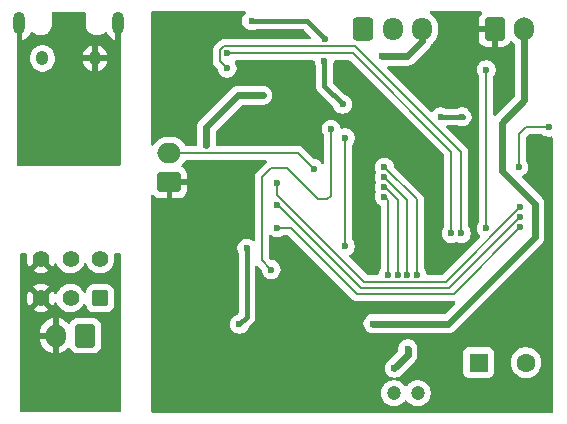
<source format=gbr>
%TF.GenerationSoftware,KiCad,Pcbnew,9.0.0*%
%TF.CreationDate,2025-05-13T09:42:49-05:00*%
%TF.ProjectId,Refraction Cell Circuit,52656672-6163-4746-996f-6e2043656c6c,rev?*%
%TF.SameCoordinates,Original*%
%TF.FileFunction,Copper,L2,Bot*%
%TF.FilePolarity,Positive*%
%FSLAX46Y46*%
G04 Gerber Fmt 4.6, Leading zero omitted, Abs format (unit mm)*
G04 Created by KiCad (PCBNEW 9.0.0) date 2025-05-13 09:42:49*
%MOMM*%
%LPD*%
G01*
G04 APERTURE LIST*
G04 Aperture macros list*
%AMRoundRect*
0 Rectangle with rounded corners*
0 $1 Rounding radius*
0 $2 $3 $4 $5 $6 $7 $8 $9 X,Y pos of 4 corners*
0 Add a 4 corners polygon primitive as box body*
4,1,4,$2,$3,$4,$5,$6,$7,$8,$9,$2,$3,0*
0 Add four circle primitives for the rounded corners*
1,1,$1+$1,$2,$3*
1,1,$1+$1,$4,$5*
1,1,$1+$1,$6,$7*
1,1,$1+$1,$8,$9*
0 Add four rect primitives between the rounded corners*
20,1,$1+$1,$2,$3,$4,$5,0*
20,1,$1+$1,$4,$5,$6,$7,0*
20,1,$1+$1,$6,$7,$8,$9,0*
20,1,$1+$1,$8,$9,$2,$3,0*%
G04 Aperture macros list end*
%TA.AperFunction,HeatsinkPad*%
%ADD10O,1.000000X1.900000*%
%TD*%
%TA.AperFunction,HeatsinkPad*%
%ADD11O,1.050000X1.250000*%
%TD*%
%TA.AperFunction,ComponentPad*%
%ADD12RoundRect,0.250000X-0.600000X-0.725000X0.600000X-0.725000X0.600000X0.725000X-0.600000X0.725000X0*%
%TD*%
%TA.AperFunction,ComponentPad*%
%ADD13O,1.700000X1.950000*%
%TD*%
%TA.AperFunction,ComponentPad*%
%ADD14R,1.600000X1.600000*%
%TD*%
%TA.AperFunction,ComponentPad*%
%ADD15C,1.600000*%
%TD*%
%TA.AperFunction,ComponentPad*%
%ADD16RoundRect,0.250000X-0.600000X-0.750000X0.600000X-0.750000X0.600000X0.750000X-0.600000X0.750000X0*%
%TD*%
%TA.AperFunction,ComponentPad*%
%ADD17O,1.700000X2.000000*%
%TD*%
%TA.AperFunction,ComponentPad*%
%ADD18RoundRect,0.250000X0.750000X-0.600000X0.750000X0.600000X-0.750000X0.600000X-0.750000X-0.600000X0*%
%TD*%
%TA.AperFunction,ComponentPad*%
%ADD19O,2.000000X1.700000*%
%TD*%
%TA.AperFunction,ComponentPad*%
%ADD20RoundRect,0.250000X0.450000X0.450000X-0.450000X0.450000X-0.450000X-0.450000X0.450000X-0.450000X0*%
%TD*%
%TA.AperFunction,ComponentPad*%
%ADD21C,1.400000*%
%TD*%
%TA.AperFunction,ComponentPad*%
%ADD22RoundRect,0.250000X0.600000X0.750000X-0.600000X0.750000X-0.600000X-0.750000X0.600000X-0.750000X0*%
%TD*%
%TA.AperFunction,ViaPad*%
%ADD23C,0.600000*%
%TD*%
%TA.AperFunction,ViaPad*%
%ADD24C,1.200000*%
%TD*%
%TA.AperFunction,Conductor*%
%ADD25C,0.600000*%
%TD*%
%TA.AperFunction,Conductor*%
%ADD26C,0.400000*%
%TD*%
%TA.AperFunction,Conductor*%
%ADD27C,0.200000*%
%TD*%
G04 APERTURE END LIST*
D10*
%TO.P,REF\u002A\u002A,6*%
%TO.N,Bat-*%
X133478750Y-86510000D03*
D11*
X131528750Y-89510000D03*
%TO.N,Net-(J1-VBUS)*%
X127078750Y-89510000D03*
D10*
%TO.N,Bat-*%
X125128750Y-86510000D03*
%TD*%
D12*
%TO.P,REF\u002A\u002A,1*%
%TO.N,LED Com (5v)*%
X154235000Y-87035000D03*
D13*
%TO.P,REF\u002A\u002A,2*%
%TO.N,Bat-*%
X156735000Y-87035000D03*
%TO.P,REF\u002A\u002A,3*%
%TO.N,5V*%
X159235000Y-87035000D03*
%TD*%
D14*
%TO.P,LS2,1,1*%
%TO.N,Net-(U5-OUTP)*%
X164010000Y-115260000D03*
D15*
%TO.P,LS2,2,2*%
%TO.N,Net-(U5-OUTN)*%
X168010000Y-115260000D03*
%TD*%
D16*
%TO.P,REF\u002A\u002A,1*%
%TO.N,Bat-*%
X165360000Y-87035000D03*
D17*
%TO.P,REF\u002A\u002A,2*%
%TO.N,Bat+*%
X167860000Y-87035000D03*
%TD*%
D18*
%TO.P,REF\u002A\u002A,*%
%TO.N,Bat-*%
X137835000Y-100010000D03*
D19*
%TO.P,REF\u002A\u002A,2*%
%TO.N,5V-PWR-SW*%
X137835000Y-97510000D03*
%TD*%
D20*
%TO.P,SW1,1,A*%
%TO.N,unconnected-(SW1A-A-Pad1)*%
X131960000Y-109810000D03*
D21*
%TO.P,SW1,2,B*%
%TO.N,5V-PWR-SW*%
X129460000Y-109810000D03*
%TO.P,SW1,5*%
X129460000Y-106510000D03*
%TO.N,Bat-*%
X126960000Y-109810000D03*
X126960000Y-106510000D03*
%TO.P,SW1,6*%
%TO.N,N/C*%
X131960000Y-106510000D03*
%TD*%
D22*
%TO.P,REF\u002A\u002A,1*%
%TO.N,5V-PWR-SW*%
X130710000Y-112977500D03*
D17*
%TO.P,REF\u002A\u002A,2*%
%TO.N,Bat-*%
X128210000Y-112977500D03*
%TD*%
D23*
%TO.N,Bat-*%
X143385000Y-117172500D03*
D24*
X160935000Y-117860000D03*
D23*
X141435000Y-117172500D03*
%TO.N,5V*%
X155860000Y-89335000D03*
X145735000Y-92635000D03*
X156885000Y-115735000D03*
X158010000Y-114085000D03*
X140960000Y-96810000D03*
%TO.N,3.3V*%
X160785000Y-94460000D03*
X144385000Y-105585000D03*
X150960000Y-87835000D03*
X152485000Y-93385000D03*
X143760000Y-112010000D03*
X162610000Y-94460000D03*
X144785000Y-86335000D03*
X150947500Y-89710000D03*
%TO.N,D+ *%
X142690000Y-89085000D03*
X161685000Y-104330000D03*
%TO.N,D- *%
X142710000Y-90335000D03*
X162540000Y-104330000D03*
%TO.N,LED Com (3.3V)*%
X164660000Y-103885000D03*
X164660000Y-90460000D03*
%TO.N,Bat Indicator 1 (3.3V)*%
X146967500Y-103835000D03*
X167535000Y-103810000D03*
D24*
%TO.N,Open 1*%
X156835000Y-117860000D03*
D23*
X167390000Y-98710000D03*
X169960000Y-95335000D03*
%TO.N,Bat Indicator 2 (3.3V)*%
X167535000Y-102960000D03*
X146967500Y-101940000D03*
%TO.N,Bat Indicator 3 (3.3V)*%
X167535000Y-102110000D03*
X146967500Y-100040000D03*
%TO.N,Bat+*%
X155060000Y-111960000D03*
%TO.N,GAIN*%
X156360000Y-107810000D03*
X156029595Y-101209985D03*
%TO.N,5V-PWR-SW*%
X150035000Y-98840000D03*
%TO.N,LRCK*%
X156035000Y-99560000D03*
X157960000Y-107810000D03*
%TO.N,BCLK *%
X158760000Y-107810000D03*
X156035000Y-98710000D03*
%TO.N,DOUT*%
X157160000Y-107810000D03*
X156035000Y-100410000D03*
D24*
%TO.N,Open 2*%
X158835000Y-117860000D03*
D23*
%TO.N,Net-(U3-SW)*%
X151510000Y-95485000D03*
X146435000Y-107385000D03*
%TO.N,Net-(U3-BAT)*%
X152710000Y-96235000D03*
X152710000Y-105435000D03*
%TD*%
D25*
%TO.N,Bat-*%
X143385000Y-117172500D02*
X141660000Y-117172500D01*
X141660000Y-117172500D02*
X141435000Y-117172500D01*
X141660000Y-117172500D02*
X141497500Y-117172500D01*
X141435000Y-117172500D02*
X141247500Y-117172500D01*
X141247500Y-117172500D02*
X141235000Y-117160000D01*
%TO.N,5V*%
X157935000Y-89335000D02*
X159235000Y-88035000D01*
X156885000Y-115735000D02*
X158010000Y-114610000D01*
X140960000Y-96810000D02*
X140960000Y-95335000D01*
X159235000Y-88035000D02*
X159235000Y-87035000D01*
X140960000Y-95335000D02*
X143660000Y-92635000D01*
X158010000Y-114610000D02*
X158010000Y-114085000D01*
X143660000Y-92635000D02*
X145735000Y-92635000D01*
X155860000Y-89335000D02*
X157935000Y-89335000D01*
D26*
%TO.N,3.3V*%
X144385000Y-111385000D02*
X143760000Y-112010000D01*
X160785000Y-94460000D02*
X162610000Y-94460000D01*
X149460000Y-86335000D02*
X144785000Y-86335000D01*
X162610000Y-94460000D02*
X162685000Y-94460000D01*
X144385000Y-105585000D02*
X144385000Y-111385000D01*
X150947500Y-91847500D02*
X150947500Y-89710000D01*
X152485000Y-93385000D02*
X150947500Y-91847500D01*
X150947500Y-89710000D02*
X150947500Y-91772500D01*
X150960000Y-87835000D02*
X149460000Y-86335000D01*
D27*
%TO.N,D+ *%
X161685000Y-104330000D02*
X161685000Y-97395000D01*
X153375000Y-89085000D02*
X142690000Y-89085000D01*
X161685000Y-97395000D02*
X153375000Y-89085000D01*
%TO.N,D- *%
X142710000Y-90335000D02*
X142089000Y-89714000D01*
X142089000Y-89714000D02*
X142089000Y-88836057D01*
X142441057Y-88484000D02*
X153574000Y-88484000D01*
X153574000Y-88484000D02*
X162540000Y-97450000D01*
X142089000Y-88836057D02*
X142441057Y-88484000D01*
X162540000Y-97450000D02*
X162540000Y-104330000D01*
%TO.N,LED Com (3.3V)*%
X164660000Y-90460000D02*
X164660000Y-90385000D01*
X164660000Y-103885000D02*
X164660000Y-90460000D01*
%TO.N,Bat Indicator 1 (3.3V)*%
X167535000Y-103810000D02*
X161885000Y-109460000D01*
X161885000Y-109460000D02*
X153710000Y-109460000D01*
X148085000Y-103835000D02*
X146967500Y-103835000D01*
X153710000Y-109460000D02*
X148085000Y-103835000D01*
%TO.N,Open 1*%
X167990000Y-95335000D02*
X167390000Y-95935000D01*
X169960000Y-95335000D02*
X167990000Y-95335000D01*
X167390000Y-95935000D02*
X167390000Y-98710000D01*
%TO.N,Bat Indicator 2 (3.3V)*%
X161535000Y-108960000D02*
X167535000Y-102960000D01*
X154010000Y-108960000D02*
X161535000Y-108960000D01*
X146990000Y-101940000D02*
X154010000Y-108960000D01*
X146967500Y-101940000D02*
X146990000Y-101940000D01*
%TO.N,Bat Indicator 3 (3.3V)*%
X146967500Y-101067500D02*
X146967500Y-100040000D01*
X161234000Y-108411000D02*
X154311000Y-108411000D01*
X154311000Y-108411000D02*
X146967500Y-101067500D01*
X167535000Y-102110000D02*
X161234000Y-108411000D01*
D25*
%TO.N,Bat+*%
X161435000Y-111960000D02*
X155060000Y-111960000D01*
X167860000Y-87035000D02*
X167860000Y-93065000D01*
X168760000Y-101810000D02*
X168760000Y-104635000D01*
X165960000Y-99010000D02*
X168760000Y-101810000D01*
X165960000Y-94965000D02*
X165960000Y-99010000D01*
X167860000Y-93065000D02*
X165960000Y-94965000D01*
X168760000Y-104635000D02*
X161435000Y-111960000D01*
D27*
%TO.N,GAIN*%
X156029595Y-101209985D02*
X156360000Y-101540390D01*
X156360000Y-101540390D02*
X156360000Y-107810000D01*
%TO.N,5V-PWR-SW*%
X150035000Y-98840000D02*
X150035000Y-98835000D01*
X148710000Y-97510000D02*
X137835000Y-97510000D01*
X150035000Y-98835000D02*
X148710000Y-97510000D01*
%TO.N,LRCK*%
X157960000Y-101485000D02*
X157960000Y-107810000D01*
X156035000Y-99560000D02*
X157960000Y-101485000D01*
%TO.N,BCLK *%
X156035000Y-98710000D02*
X158760000Y-101435000D01*
X158760000Y-101435000D02*
X158760000Y-107810000D01*
%TO.N,DOUT*%
X156079553Y-100410000D02*
X157160000Y-101490447D01*
X156035000Y-100410000D02*
X156079553Y-100410000D01*
X157160000Y-101490447D02*
X157160000Y-107810000D01*
%TO.N,Net-(U3-SW)*%
X150410000Y-101435000D02*
X147760000Y-98785000D01*
X146435000Y-98785000D02*
X145660000Y-99560000D01*
X151510000Y-101135000D02*
X151210000Y-101435000D01*
X145660000Y-106610000D02*
X146435000Y-107385000D01*
X147760000Y-98785000D02*
X146435000Y-98785000D01*
X151510000Y-95485000D02*
X151510000Y-101135000D01*
X151210000Y-101435000D02*
X150410000Y-101435000D01*
X145660000Y-99560000D02*
X145660000Y-106610000D01*
%TO.N,Net-(U3-BAT)*%
X152710000Y-105435000D02*
X152710000Y-96235000D01*
%TD*%
%TA.AperFunction,Conductor*%
%TO.N,Bat-*%
G36*
X169447273Y-95955185D02*
G01*
X169449125Y-95956398D01*
X169580814Y-96044390D01*
X169580827Y-96044397D01*
X169726498Y-96104735D01*
X169726503Y-96104737D01*
X169881153Y-96135499D01*
X169881156Y-96135500D01*
X169881158Y-96135500D01*
X170038844Y-96135500D01*
X170136308Y-96116113D01*
X170205900Y-96122340D01*
X170261077Y-96165203D01*
X170284322Y-96231093D01*
X170284500Y-96237730D01*
X170284500Y-119385500D01*
X170264815Y-119452539D01*
X170212011Y-119498294D01*
X170160500Y-119509500D01*
X136409500Y-119509500D01*
X136342461Y-119489815D01*
X136296706Y-119437011D01*
X136285500Y-119385500D01*
X136285500Y-117773389D01*
X155734500Y-117773389D01*
X155734500Y-117946611D01*
X155761598Y-118117701D01*
X155815127Y-118282445D01*
X155893768Y-118436788D01*
X155995586Y-118576928D01*
X156118072Y-118699414D01*
X156258212Y-118801232D01*
X156412555Y-118879873D01*
X156577299Y-118933402D01*
X156748389Y-118960500D01*
X156748390Y-118960500D01*
X156921610Y-118960500D01*
X156921611Y-118960500D01*
X157092701Y-118933402D01*
X157257445Y-118879873D01*
X157411788Y-118801232D01*
X157551928Y-118699414D01*
X157674414Y-118576928D01*
X157734682Y-118493975D01*
X157790012Y-118451311D01*
X157859626Y-118445332D01*
X157921421Y-118477938D01*
X157935315Y-118493973D01*
X157995586Y-118576928D01*
X158118072Y-118699414D01*
X158258212Y-118801232D01*
X158412555Y-118879873D01*
X158577299Y-118933402D01*
X158748389Y-118960500D01*
X158748390Y-118960500D01*
X158921610Y-118960500D01*
X158921611Y-118960500D01*
X159092701Y-118933402D01*
X159257445Y-118879873D01*
X159411788Y-118801232D01*
X159551928Y-118699414D01*
X159674414Y-118576928D01*
X159776232Y-118436788D01*
X159854873Y-118282445D01*
X159908402Y-118117701D01*
X159935500Y-117946611D01*
X159935500Y-117773389D01*
X159908402Y-117602299D01*
X159854873Y-117437555D01*
X159776232Y-117283212D01*
X159674414Y-117143072D01*
X159551928Y-117020586D01*
X159411788Y-116918768D01*
X159257445Y-116840127D01*
X159092701Y-116786598D01*
X159092699Y-116786597D01*
X159092698Y-116786597D01*
X158948343Y-116763734D01*
X158921611Y-116759500D01*
X158748389Y-116759500D01*
X158721657Y-116763734D01*
X158577302Y-116786597D01*
X158412552Y-116840128D01*
X158258211Y-116918768D01*
X158178256Y-116976859D01*
X158118072Y-117020586D01*
X158118070Y-117020588D01*
X158118069Y-117020588D01*
X157995588Y-117143069D01*
X157995581Y-117143078D01*
X157935317Y-117226023D01*
X157879987Y-117268689D01*
X157810374Y-117274667D01*
X157748579Y-117242061D01*
X157734683Y-117226023D01*
X157674418Y-117143078D01*
X157674414Y-117143072D01*
X157551928Y-117020586D01*
X157411788Y-116918768D01*
X157257445Y-116840127D01*
X157092701Y-116786598D01*
X157092699Y-116786597D01*
X157092697Y-116786597D01*
X157004019Y-116772552D01*
X156940884Y-116742623D01*
X156903953Y-116683311D01*
X156904951Y-116613449D01*
X156943561Y-116555216D01*
X156999226Y-116528462D01*
X157044572Y-116519441D01*
X157118497Y-116504737D01*
X157264179Y-116444394D01*
X157395289Y-116356789D01*
X158631789Y-115120289D01*
X158653163Y-115088299D01*
X158695054Y-115025607D01*
X158695054Y-115025606D01*
X158719394Y-114989179D01*
X158779737Y-114843497D01*
X158810500Y-114688842D01*
X158810500Y-114412135D01*
X162709500Y-114412135D01*
X162709500Y-116107870D01*
X162709501Y-116107876D01*
X162715908Y-116167483D01*
X162766202Y-116302328D01*
X162766206Y-116302335D01*
X162852452Y-116417544D01*
X162852455Y-116417547D01*
X162967664Y-116503793D01*
X162967671Y-116503797D01*
X163102517Y-116554091D01*
X163102516Y-116554091D01*
X163109444Y-116554835D01*
X163162127Y-116560500D01*
X164857872Y-116560499D01*
X164917483Y-116554091D01*
X165052331Y-116503796D01*
X165167546Y-116417546D01*
X165253796Y-116302331D01*
X165304091Y-116167483D01*
X165310500Y-116107873D01*
X165310499Y-115157648D01*
X166709500Y-115157648D01*
X166709500Y-115362351D01*
X166741522Y-115564534D01*
X166804781Y-115759223D01*
X166897715Y-115941613D01*
X167018028Y-116107213D01*
X167162786Y-116251971D01*
X167307059Y-116356789D01*
X167328390Y-116372287D01*
X167417212Y-116417544D01*
X167510776Y-116465218D01*
X167510778Y-116465218D01*
X167510781Y-116465220D01*
X167615137Y-116499127D01*
X167705465Y-116528477D01*
X167806557Y-116544488D01*
X167907648Y-116560500D01*
X167907649Y-116560500D01*
X168112351Y-116560500D01*
X168112352Y-116560500D01*
X168314534Y-116528477D01*
X168509219Y-116465220D01*
X168691610Y-116372287D01*
X168787901Y-116302328D01*
X168857213Y-116251971D01*
X168857215Y-116251968D01*
X168857219Y-116251966D01*
X169001966Y-116107219D01*
X169001968Y-116107215D01*
X169001971Y-116107213D01*
X169054732Y-116034590D01*
X169122287Y-115941610D01*
X169215220Y-115759219D01*
X169278477Y-115564534D01*
X169310500Y-115362352D01*
X169310500Y-115157648D01*
X169304582Y-115120284D01*
X169278477Y-114955465D01*
X169215218Y-114760776D01*
X169178565Y-114688842D01*
X169122287Y-114578390D01*
X169114556Y-114567749D01*
X169001971Y-114412786D01*
X168857213Y-114268028D01*
X168691613Y-114147715D01*
X168691612Y-114147714D01*
X168691610Y-114147713D01*
X168634653Y-114118691D01*
X168509223Y-114054781D01*
X168314534Y-113991522D01*
X168139995Y-113963878D01*
X168112352Y-113959500D01*
X167907648Y-113959500D01*
X167883329Y-113963351D01*
X167705465Y-113991522D01*
X167510776Y-114054781D01*
X167328386Y-114147715D01*
X167162786Y-114268028D01*
X167018028Y-114412786D01*
X166897715Y-114578386D01*
X166804781Y-114760776D01*
X166741522Y-114955465D01*
X166709500Y-115157648D01*
X165310499Y-115157648D01*
X165310499Y-114412128D01*
X165304091Y-114352517D01*
X165276455Y-114278422D01*
X165253797Y-114217671D01*
X165253793Y-114217664D01*
X165167547Y-114102455D01*
X165167544Y-114102452D01*
X165052335Y-114016206D01*
X165052328Y-114016202D01*
X164917482Y-113965908D01*
X164917483Y-113965908D01*
X164857883Y-113959501D01*
X164857881Y-113959500D01*
X164857873Y-113959500D01*
X164857864Y-113959500D01*
X163162129Y-113959500D01*
X163162123Y-113959501D01*
X163102516Y-113965908D01*
X162967671Y-114016202D01*
X162967664Y-114016206D01*
X162852455Y-114102452D01*
X162852452Y-114102455D01*
X162766206Y-114217664D01*
X162766202Y-114217671D01*
X162715908Y-114352517D01*
X162709501Y-114412116D01*
X162709501Y-114412123D01*
X162709500Y-114412135D01*
X158810500Y-114412135D01*
X158810500Y-114006158D01*
X158810500Y-114006155D01*
X158810499Y-114006153D01*
X158779738Y-113851510D01*
X158779737Y-113851503D01*
X158779735Y-113851498D01*
X158719397Y-113705827D01*
X158719390Y-113705814D01*
X158631789Y-113574711D01*
X158631786Y-113574707D01*
X158520292Y-113463213D01*
X158520288Y-113463210D01*
X158389185Y-113375609D01*
X158389172Y-113375602D01*
X158243501Y-113315264D01*
X158243489Y-113315261D01*
X158088845Y-113284500D01*
X158088842Y-113284500D01*
X157931158Y-113284500D01*
X157931155Y-113284500D01*
X157776510Y-113315261D01*
X157776498Y-113315264D01*
X157630827Y-113375602D01*
X157630814Y-113375609D01*
X157499711Y-113463210D01*
X157499707Y-113463213D01*
X157388213Y-113574707D01*
X157388210Y-113574711D01*
X157300609Y-113705814D01*
X157300602Y-113705827D01*
X157240264Y-113851498D01*
X157240261Y-113851510D01*
X157209500Y-114006153D01*
X157209500Y-114227059D01*
X157189815Y-114294098D01*
X157173181Y-114314740D01*
X156263213Y-115224707D01*
X156263210Y-115224711D01*
X156175609Y-115355814D01*
X156175602Y-115355827D01*
X156115264Y-115501498D01*
X156115261Y-115501510D01*
X156084500Y-115656153D01*
X156084500Y-115813846D01*
X156115261Y-115968489D01*
X156115264Y-115968501D01*
X156175602Y-116114172D01*
X156175609Y-116114185D01*
X156263210Y-116245288D01*
X156263213Y-116245292D01*
X156374707Y-116356786D01*
X156374711Y-116356789D01*
X156505814Y-116444390D01*
X156505827Y-116444397D01*
X156651498Y-116504735D01*
X156651503Y-116504737D01*
X156723235Y-116519005D01*
X156726445Y-116519644D01*
X156788356Y-116552028D01*
X156822930Y-116612744D01*
X156819191Y-116682513D01*
X156778325Y-116739186D01*
X156721652Y-116763734D01*
X156577302Y-116786597D01*
X156412552Y-116840128D01*
X156258211Y-116918768D01*
X156178256Y-116976859D01*
X156118072Y-117020586D01*
X156118070Y-117020588D01*
X156118069Y-117020588D01*
X155995588Y-117143069D01*
X155995588Y-117143070D01*
X155995586Y-117143072D01*
X155995582Y-117143078D01*
X155893768Y-117283211D01*
X155815128Y-117437552D01*
X155761597Y-117602302D01*
X155734500Y-117773389D01*
X136285500Y-117773389D01*
X136285500Y-101170523D01*
X136305185Y-101103484D01*
X136357989Y-101057729D01*
X136427147Y-101047785D01*
X136490703Y-101076810D01*
X136497181Y-101082842D01*
X136616654Y-101202315D01*
X136765875Y-101294356D01*
X136765880Y-101294358D01*
X136932302Y-101349505D01*
X136932309Y-101349506D01*
X137035019Y-101359999D01*
X137584999Y-101359999D01*
X137585000Y-101359998D01*
X137585000Y-100443012D01*
X137642007Y-100475925D01*
X137769174Y-100510000D01*
X137900826Y-100510000D01*
X138027993Y-100475925D01*
X138085000Y-100443012D01*
X138085000Y-101359999D01*
X138634972Y-101359999D01*
X138634986Y-101359998D01*
X138737697Y-101349505D01*
X138904119Y-101294358D01*
X138904124Y-101294356D01*
X139053345Y-101202315D01*
X139177315Y-101078345D01*
X139269356Y-100929124D01*
X139269358Y-100929119D01*
X139324505Y-100762697D01*
X139324506Y-100762690D01*
X139334999Y-100659986D01*
X139335000Y-100659973D01*
X139335000Y-100260000D01*
X138268012Y-100260000D01*
X138300925Y-100202993D01*
X138335000Y-100075826D01*
X138335000Y-99944174D01*
X138300925Y-99817007D01*
X138268012Y-99760000D01*
X139334999Y-99760000D01*
X139334999Y-99360028D01*
X139334998Y-99360013D01*
X139324505Y-99257302D01*
X139269358Y-99090880D01*
X139269356Y-99090875D01*
X139177315Y-98941654D01*
X139053345Y-98817684D01*
X138898515Y-98722184D01*
X138851791Y-98670236D01*
X138840568Y-98601273D01*
X138868412Y-98537191D01*
X138875909Y-98528986D01*
X139015104Y-98389792D01*
X139140051Y-98217816D01*
X139149276Y-98199711D01*
X139160235Y-98178205D01*
X139208209Y-98127409D01*
X139270719Y-98110500D01*
X145960902Y-98110500D01*
X146027941Y-98130185D01*
X146073696Y-98182989D01*
X146083640Y-98252147D01*
X146054615Y-98315703D01*
X146048583Y-98322181D01*
X145179481Y-99191282D01*
X145179480Y-99191284D01*
X145142885Y-99254669D01*
X145100423Y-99328215D01*
X145059499Y-99480943D01*
X145059499Y-99480945D01*
X145059499Y-99649046D01*
X145059500Y-99649059D01*
X145059500Y-104840945D01*
X145039815Y-104907984D01*
X144987011Y-104953739D01*
X144917853Y-104963683D01*
X144866609Y-104944047D01*
X144764185Y-104875609D01*
X144764172Y-104875602D01*
X144618501Y-104815264D01*
X144618489Y-104815261D01*
X144463845Y-104784500D01*
X144463842Y-104784500D01*
X144306158Y-104784500D01*
X144306155Y-104784500D01*
X144151510Y-104815261D01*
X144151498Y-104815264D01*
X144005827Y-104875602D01*
X144005814Y-104875609D01*
X143874711Y-104963210D01*
X143874707Y-104963213D01*
X143763213Y-105074707D01*
X143763210Y-105074711D01*
X143675609Y-105205814D01*
X143675602Y-105205827D01*
X143615264Y-105351498D01*
X143615261Y-105351510D01*
X143584500Y-105506153D01*
X143584500Y-105663846D01*
X143615261Y-105818489D01*
X143615264Y-105818501D01*
X143675061Y-105962864D01*
X143684500Y-106010316D01*
X143684500Y-111043479D01*
X143675855Y-111072919D01*
X143669332Y-111102906D01*
X143665577Y-111107921D01*
X143664815Y-111110518D01*
X143648181Y-111131160D01*
X143565412Y-111213929D01*
X143525184Y-111240809D01*
X143380823Y-111300604D01*
X143380814Y-111300609D01*
X143249711Y-111388210D01*
X143249707Y-111388213D01*
X143138213Y-111499707D01*
X143138210Y-111499711D01*
X143050609Y-111630814D01*
X143050605Y-111630823D01*
X142990264Y-111776498D01*
X142990261Y-111776510D01*
X142959500Y-111931153D01*
X142959500Y-112088846D01*
X142990261Y-112243489D01*
X142990264Y-112243501D01*
X143050602Y-112389172D01*
X143050609Y-112389185D01*
X143138210Y-112520288D01*
X143138213Y-112520292D01*
X143249707Y-112631786D01*
X143249711Y-112631789D01*
X143380814Y-112719390D01*
X143380827Y-112719397D01*
X143480060Y-112760500D01*
X143526503Y-112779737D01*
X143681153Y-112810499D01*
X143681156Y-112810500D01*
X143681158Y-112810500D01*
X143838844Y-112810500D01*
X143838845Y-112810499D01*
X143993497Y-112779737D01*
X144139179Y-112719394D01*
X144270289Y-112631789D01*
X144381789Y-112520289D01*
X144469394Y-112389179D01*
X144529193Y-112244808D01*
X144556068Y-112204587D01*
X144929113Y-111831543D01*
X144946400Y-111805672D01*
X144965886Y-111776510D01*
X145005771Y-111716817D01*
X145005771Y-111716816D01*
X145005775Y-111716811D01*
X145041393Y-111630821D01*
X145058580Y-111589329D01*
X145063934Y-111562409D01*
X145085500Y-111453993D01*
X145085500Y-107184098D01*
X145091731Y-107162876D01*
X145093300Y-107140814D01*
X145101383Y-107130006D01*
X145105185Y-107117059D01*
X145121898Y-107102576D01*
X145135147Y-107084863D01*
X145147790Y-107080141D01*
X145157989Y-107071304D01*
X145179881Y-107068156D01*
X145200601Y-107060418D01*
X145213788Y-107063280D01*
X145227147Y-107061360D01*
X145247266Y-107070548D01*
X145268880Y-107075240D01*
X145278983Y-107082800D01*
X145279454Y-107082095D01*
X145279457Y-107082097D01*
X145288137Y-107089213D01*
X145290703Y-107090385D01*
X145297144Y-107096379D01*
X145298319Y-107097554D01*
X145298320Y-107097556D01*
X145298349Y-107097585D01*
X145298355Y-107097590D01*
X145600425Y-107399660D01*
X145633910Y-107460983D01*
X145634361Y-107463149D01*
X145665261Y-107618491D01*
X145665264Y-107618501D01*
X145725602Y-107764172D01*
X145725609Y-107764185D01*
X145813210Y-107895288D01*
X145813213Y-107895292D01*
X145924707Y-108006786D01*
X145924711Y-108006789D01*
X146055814Y-108094390D01*
X146055827Y-108094397D01*
X146201498Y-108154735D01*
X146201503Y-108154737D01*
X146356153Y-108185499D01*
X146356156Y-108185500D01*
X146356158Y-108185500D01*
X146513844Y-108185500D01*
X146513845Y-108185499D01*
X146668497Y-108154737D01*
X146814179Y-108094394D01*
X146945289Y-108006789D01*
X147056789Y-107895289D01*
X147144394Y-107764179D01*
X147204737Y-107618497D01*
X147235500Y-107463842D01*
X147235500Y-107306158D01*
X147235500Y-107306155D01*
X147235499Y-107306153D01*
X147220838Y-107232447D01*
X147204737Y-107151503D01*
X147179477Y-107090520D01*
X147144397Y-107005827D01*
X147144390Y-107005814D01*
X147056789Y-106874711D01*
X147056786Y-106874707D01*
X146945292Y-106763213D01*
X146945288Y-106763210D01*
X146814185Y-106675609D01*
X146814172Y-106675602D01*
X146668501Y-106615264D01*
X146668491Y-106615261D01*
X146513151Y-106584362D01*
X146496394Y-106575596D01*
X146477916Y-106571577D01*
X146452877Y-106552832D01*
X146451241Y-106551977D01*
X146449662Y-106550426D01*
X146296819Y-106397583D01*
X146263334Y-106336260D01*
X146260500Y-106309902D01*
X146260500Y-104557338D01*
X146280185Y-104490299D01*
X146332989Y-104444544D01*
X146402147Y-104434600D01*
X146453391Y-104454236D01*
X146457209Y-104456787D01*
X146457211Y-104456789D01*
X146588321Y-104544394D01*
X146588323Y-104544395D01*
X146588327Y-104544397D01*
X146724788Y-104600920D01*
X146734003Y-104604737D01*
X146888653Y-104635499D01*
X146888656Y-104635500D01*
X146888658Y-104635500D01*
X147046344Y-104635500D01*
X147046345Y-104635499D01*
X147200997Y-104604737D01*
X147346679Y-104544394D01*
X147427638Y-104490299D01*
X147478375Y-104456398D01*
X147496421Y-104450747D01*
X147512331Y-104440523D01*
X147543292Y-104436071D01*
X147545053Y-104435520D01*
X147547266Y-104435500D01*
X147784903Y-104435500D01*
X147851942Y-104455185D01*
X147872584Y-104471819D01*
X153225139Y-109824374D01*
X153225149Y-109824385D01*
X153229479Y-109828715D01*
X153229480Y-109828716D01*
X153341284Y-109940520D01*
X153428095Y-109990639D01*
X153428097Y-109990641D01*
X153478213Y-110019576D01*
X153478215Y-110019577D01*
X153630942Y-110060500D01*
X153630943Y-110060500D01*
X161798332Y-110060500D01*
X161805939Y-110060500D01*
X161805943Y-110060501D01*
X161903060Y-110060501D01*
X161970099Y-110080186D01*
X162015854Y-110132991D01*
X162023260Y-110184501D01*
X162025797Y-110202148D01*
X161996772Y-110265704D01*
X161990740Y-110272182D01*
X161139741Y-111123181D01*
X161078418Y-111156666D01*
X161052060Y-111159500D01*
X154981155Y-111159500D01*
X154826510Y-111190261D01*
X154826498Y-111190264D01*
X154680827Y-111250602D01*
X154680814Y-111250609D01*
X154549711Y-111338210D01*
X154549707Y-111338213D01*
X154438213Y-111449707D01*
X154438210Y-111449711D01*
X154350609Y-111580814D01*
X154350602Y-111580827D01*
X154290264Y-111726498D01*
X154290261Y-111726510D01*
X154259500Y-111881153D01*
X154259500Y-112038846D01*
X154290261Y-112193489D01*
X154290264Y-112193501D01*
X154350602Y-112339172D01*
X154350609Y-112339185D01*
X154438210Y-112470288D01*
X154438213Y-112470292D01*
X154549707Y-112581786D01*
X154549711Y-112581789D01*
X154680814Y-112669390D01*
X154680827Y-112669397D01*
X154826498Y-112729735D01*
X154826503Y-112729737D01*
X154981153Y-112760499D01*
X154981156Y-112760500D01*
X154981158Y-112760500D01*
X161513844Y-112760500D01*
X161513845Y-112760499D01*
X161668497Y-112729737D01*
X161814179Y-112669394D01*
X161945289Y-112581789D01*
X169381788Y-105145290D01*
X169386353Y-105138458D01*
X169469394Y-105014179D01*
X169514010Y-104906465D01*
X169529737Y-104868498D01*
X169560500Y-104713843D01*
X169560500Y-104556158D01*
X169560500Y-101731158D01*
X169560500Y-101731155D01*
X169560499Y-101731153D01*
X169551139Y-101684098D01*
X169529737Y-101576503D01*
X169508009Y-101524046D01*
X169469397Y-101430827D01*
X169469390Y-101430814D01*
X169381790Y-101299712D01*
X169350727Y-101268649D01*
X169270289Y-101188211D01*
X167711105Y-99629027D01*
X167677620Y-99567704D01*
X167682604Y-99498012D01*
X167724476Y-99442079D01*
X167751332Y-99426786D01*
X167769179Y-99419394D01*
X167900289Y-99331789D01*
X168011789Y-99220289D01*
X168099394Y-99089179D01*
X168159737Y-98943497D01*
X168190500Y-98788842D01*
X168190500Y-98631158D01*
X168190500Y-98631155D01*
X168190499Y-98631153D01*
X168172388Y-98540104D01*
X168159737Y-98476503D01*
X168137723Y-98423355D01*
X168099397Y-98330827D01*
X168099390Y-98330814D01*
X168011398Y-98199125D01*
X167990520Y-98132447D01*
X167990500Y-98130234D01*
X167990500Y-96235097D01*
X167999144Y-96205656D01*
X168005668Y-96175670D01*
X168009422Y-96170654D01*
X168010185Y-96168058D01*
X168026819Y-96147416D01*
X168202416Y-95971819D01*
X168263739Y-95938334D01*
X168290097Y-95935500D01*
X169380234Y-95935500D01*
X169447273Y-95955185D01*
G37*
%TD.AperFunction*%
%TA.AperFunction,Conductor*%
G36*
X144245098Y-85530185D02*
G01*
X144290853Y-85582989D01*
X144300797Y-85652147D01*
X144271772Y-85715703D01*
X144265740Y-85722181D01*
X144163213Y-85824707D01*
X144163210Y-85824711D01*
X144075609Y-85955814D01*
X144075602Y-85955827D01*
X144015264Y-86101498D01*
X144015261Y-86101510D01*
X143984500Y-86256153D01*
X143984500Y-86413846D01*
X144015261Y-86568489D01*
X144015264Y-86568501D01*
X144075602Y-86714172D01*
X144075609Y-86714185D01*
X144163210Y-86845288D01*
X144163213Y-86845292D01*
X144274707Y-86956786D01*
X144274711Y-86956789D01*
X144405814Y-87044390D01*
X144405827Y-87044397D01*
X144542061Y-87100826D01*
X144551503Y-87104737D01*
X144706153Y-87135499D01*
X144706156Y-87135500D01*
X144706158Y-87135500D01*
X144863844Y-87135500D01*
X144863845Y-87135499D01*
X145018497Y-87104737D01*
X145112483Y-87065807D01*
X145162864Y-87044939D01*
X145210316Y-87035500D01*
X149118481Y-87035500D01*
X149185520Y-87055185D01*
X149206162Y-87071819D01*
X149590170Y-87455827D01*
X149806163Y-87671819D01*
X149839648Y-87733142D01*
X149834664Y-87802833D01*
X149792793Y-87858767D01*
X149727328Y-87883184D01*
X149718482Y-87883500D01*
X142527727Y-87883500D01*
X142527711Y-87883499D01*
X142520115Y-87883499D01*
X142362000Y-87883499D01*
X142221793Y-87921067D01*
X142209268Y-87924424D01*
X142072344Y-88003477D01*
X142072339Y-88003481D01*
X141713217Y-88362603D01*
X141713214Y-88362605D01*
X141713215Y-88362606D01*
X141608477Y-88467344D01*
X141569129Y-88535499D01*
X141569129Y-88535500D01*
X141529423Y-88604271D01*
X141523706Y-88625606D01*
X141488499Y-88757000D01*
X141488499Y-88757002D01*
X141488499Y-88925103D01*
X141488500Y-88925116D01*
X141488500Y-89627330D01*
X141488499Y-89627348D01*
X141488499Y-89793054D01*
X141488498Y-89793054D01*
X141529424Y-89945787D01*
X141548876Y-89979478D01*
X141548877Y-89979481D01*
X141608475Y-90082709D01*
X141608481Y-90082717D01*
X141727349Y-90201585D01*
X141727355Y-90201590D01*
X141875425Y-90349660D01*
X141908910Y-90410983D01*
X141909361Y-90413149D01*
X141940261Y-90568491D01*
X141940264Y-90568501D01*
X142000602Y-90714172D01*
X142000609Y-90714185D01*
X142088210Y-90845288D01*
X142088213Y-90845292D01*
X142199707Y-90956786D01*
X142199711Y-90956789D01*
X142330814Y-91044390D01*
X142330827Y-91044397D01*
X142476498Y-91104735D01*
X142476503Y-91104737D01*
X142631153Y-91135499D01*
X142631156Y-91135500D01*
X142631158Y-91135500D01*
X142788844Y-91135500D01*
X142788845Y-91135499D01*
X142943497Y-91104737D01*
X143089179Y-91044394D01*
X143220289Y-90956789D01*
X143331789Y-90845289D01*
X143419394Y-90714179D01*
X143479737Y-90568497D01*
X143510500Y-90413842D01*
X143510500Y-90256158D01*
X143510500Y-90256155D01*
X143510499Y-90256153D01*
X143499645Y-90201585D01*
X143479737Y-90101503D01*
X143471170Y-90080821D01*
X143419397Y-89955827D01*
X143419395Y-89955823D01*
X143419394Y-89955821D01*
X143415309Y-89949707D01*
X143367657Y-89878391D01*
X143346779Y-89811714D01*
X143365263Y-89744334D01*
X143417242Y-89697643D01*
X143470759Y-89685500D01*
X150024680Y-89685500D01*
X150091719Y-89705185D01*
X150137474Y-89757989D01*
X150146297Y-89785309D01*
X150177761Y-89943489D01*
X150177764Y-89943501D01*
X150237561Y-90087864D01*
X150247000Y-90135316D01*
X150247000Y-91778506D01*
X150247000Y-91916494D01*
X150247000Y-91916496D01*
X150246999Y-91916496D01*
X150273918Y-92051822D01*
X150273921Y-92051832D01*
X150326722Y-92179307D01*
X150403387Y-92294045D01*
X150403388Y-92294046D01*
X151688927Y-93579584D01*
X151715807Y-93619812D01*
X151775604Y-93764176D01*
X151775609Y-93764185D01*
X151863210Y-93895288D01*
X151863213Y-93895292D01*
X151974707Y-94006786D01*
X151974711Y-94006789D01*
X152105814Y-94094390D01*
X152105827Y-94094397D01*
X152251498Y-94154735D01*
X152251503Y-94154737D01*
X152406153Y-94185499D01*
X152406156Y-94185500D01*
X152406158Y-94185500D01*
X152563844Y-94185500D01*
X152563845Y-94185499D01*
X152718497Y-94154737D01*
X152864179Y-94094394D01*
X152995289Y-94006789D01*
X153106789Y-93895289D01*
X153194394Y-93764179D01*
X153254737Y-93618497D01*
X153285500Y-93463842D01*
X153285500Y-93306158D01*
X153285500Y-93306155D01*
X153285499Y-93306153D01*
X153254738Y-93151510D01*
X153254737Y-93151503D01*
X153251564Y-93143842D01*
X153194397Y-93005827D01*
X153194390Y-93005814D01*
X153106789Y-92874711D01*
X153106786Y-92874707D01*
X152995292Y-92763213D01*
X152995288Y-92763210D01*
X152864185Y-92675609D01*
X152864176Y-92675604D01*
X152719812Y-92615807D01*
X152679584Y-92588927D01*
X151684319Y-91593662D01*
X151650834Y-91532339D01*
X151648000Y-91505981D01*
X151648000Y-90135316D01*
X151657439Y-90087864D01*
X151711731Y-89956789D01*
X151717237Y-89943497D01*
X151740865Y-89824711D01*
X151748703Y-89785309D01*
X151781088Y-89723398D01*
X151841803Y-89688824D01*
X151870320Y-89685500D01*
X153074903Y-89685500D01*
X153141942Y-89705185D01*
X153162584Y-89721819D01*
X161048181Y-97607416D01*
X161081666Y-97668739D01*
X161084500Y-97695097D01*
X161084500Y-103750234D01*
X161064815Y-103817273D01*
X161063602Y-103819125D01*
X160975609Y-103950814D01*
X160975602Y-103950827D01*
X160915264Y-104096498D01*
X160915261Y-104096510D01*
X160884500Y-104251153D01*
X160884500Y-104408846D01*
X160915261Y-104563489D01*
X160915264Y-104563501D01*
X160975602Y-104709172D01*
X160975609Y-104709185D01*
X161063210Y-104840288D01*
X161063213Y-104840292D01*
X161174707Y-104951786D01*
X161174711Y-104951789D01*
X161305814Y-105039390D01*
X161305827Y-105039397D01*
X161451498Y-105099735D01*
X161451503Y-105099737D01*
X161606153Y-105130499D01*
X161606156Y-105130500D01*
X161606158Y-105130500D01*
X161763844Y-105130500D01*
X161763845Y-105130499D01*
X161918497Y-105099737D01*
X162064179Y-105039394D01*
X162064180Y-105039392D01*
X162065047Y-105039034D01*
X162134517Y-105031565D01*
X162159953Y-105039034D01*
X162160819Y-105039392D01*
X162160821Y-105039394D01*
X162306503Y-105099737D01*
X162461153Y-105130499D01*
X162461156Y-105130500D01*
X162461158Y-105130500D01*
X162618844Y-105130500D01*
X162618845Y-105130499D01*
X162773497Y-105099737D01*
X162919179Y-105039394D01*
X163050289Y-104951789D01*
X163161789Y-104840289D01*
X163249394Y-104709179D01*
X163309737Y-104563497D01*
X163340500Y-104408842D01*
X163340500Y-104251158D01*
X163340500Y-104251155D01*
X163340499Y-104251153D01*
X163333857Y-104217761D01*
X163309737Y-104096503D01*
X163309735Y-104096498D01*
X163249397Y-103950827D01*
X163249390Y-103950814D01*
X163161398Y-103819125D01*
X163140520Y-103752447D01*
X163140500Y-103750234D01*
X163140500Y-97539060D01*
X163140501Y-97539047D01*
X163140501Y-97370945D01*
X163140501Y-97370943D01*
X163099577Y-97218215D01*
X163020520Y-97081284D01*
X161311417Y-95372181D01*
X161277932Y-95310858D01*
X161282916Y-95241166D01*
X161324788Y-95185233D01*
X161390252Y-95160816D01*
X161399098Y-95160500D01*
X162184684Y-95160500D01*
X162232136Y-95169939D01*
X162270098Y-95185663D01*
X162376503Y-95229737D01*
X162529946Y-95260259D01*
X162531153Y-95260499D01*
X162531156Y-95260500D01*
X162531158Y-95260500D01*
X162688844Y-95260500D01*
X162688845Y-95260499D01*
X162843497Y-95229737D01*
X162989179Y-95169394D01*
X163120289Y-95081789D01*
X163231789Y-94970289D01*
X163319394Y-94839179D01*
X163379737Y-94693497D01*
X163410500Y-94538842D01*
X163410500Y-94381158D01*
X163410500Y-94381155D01*
X163410499Y-94381153D01*
X163398482Y-94320741D01*
X163379737Y-94226503D01*
X163335664Y-94120100D01*
X163319397Y-94080827D01*
X163319390Y-94080814D01*
X163231789Y-93949711D01*
X163231786Y-93949707D01*
X163120292Y-93838213D01*
X163120288Y-93838210D01*
X162989185Y-93750609D01*
X162989172Y-93750602D01*
X162843501Y-93690264D01*
X162843489Y-93690261D01*
X162688845Y-93659500D01*
X162688842Y-93659500D01*
X162531158Y-93659500D01*
X162531155Y-93659500D01*
X162376510Y-93690261D01*
X162376498Y-93690264D01*
X162232136Y-93750061D01*
X162184684Y-93759500D01*
X161210316Y-93759500D01*
X161162864Y-93750061D01*
X161018501Y-93690264D01*
X161018489Y-93690261D01*
X160863845Y-93659500D01*
X160863842Y-93659500D01*
X160706158Y-93659500D01*
X160706155Y-93659500D01*
X160551510Y-93690261D01*
X160551498Y-93690264D01*
X160405827Y-93750602D01*
X160405814Y-93750609D01*
X160274711Y-93838210D01*
X160274707Y-93838213D01*
X160163213Y-93949707D01*
X160163210Y-93949711D01*
X160137299Y-93988490D01*
X160083686Y-94033295D01*
X160014361Y-94042002D01*
X159951334Y-94011847D01*
X159946516Y-94007280D01*
X156286416Y-90347181D01*
X156252931Y-90285858D01*
X156257915Y-90216166D01*
X156299787Y-90160233D01*
X156365251Y-90135816D01*
X156374097Y-90135500D01*
X158013844Y-90135500D01*
X158013845Y-90135499D01*
X158168497Y-90104737D01*
X158314179Y-90044394D01*
X158445289Y-89956789D01*
X159856789Y-88545289D01*
X159944394Y-88414179D01*
X159990426Y-88303046D01*
X160032100Y-88250182D01*
X160114792Y-88190104D01*
X160265104Y-88039792D01*
X160265106Y-88039788D01*
X160265109Y-88039786D01*
X160378886Y-87883184D01*
X160390051Y-87867816D01*
X160486557Y-87678412D01*
X160552246Y-87476243D01*
X160585500Y-87266287D01*
X160585500Y-86803713D01*
X160552246Y-86593757D01*
X160486557Y-86391588D01*
X160390051Y-86202184D01*
X160390049Y-86202181D01*
X160390048Y-86202179D01*
X160265109Y-86030213D01*
X160114786Y-85879890D01*
X159942817Y-85754949D01*
X159923261Y-85744985D01*
X159872464Y-85697011D01*
X159855669Y-85629190D01*
X159878206Y-85563055D01*
X159932921Y-85519603D01*
X159979555Y-85510500D01*
X164174477Y-85510500D01*
X164241516Y-85530185D01*
X164287271Y-85582989D01*
X164297215Y-85652147D01*
X164268190Y-85715703D01*
X164262158Y-85722181D01*
X164167684Y-85816654D01*
X164075643Y-85965875D01*
X164075641Y-85965880D01*
X164020494Y-86132302D01*
X164020493Y-86132309D01*
X164010000Y-86235013D01*
X164010000Y-86785000D01*
X164926988Y-86785000D01*
X164894075Y-86842007D01*
X164860000Y-86969174D01*
X164860000Y-87100826D01*
X164894075Y-87227993D01*
X164926988Y-87285000D01*
X164010001Y-87285000D01*
X164010001Y-87834986D01*
X164020494Y-87937697D01*
X164075641Y-88104119D01*
X164075643Y-88104124D01*
X164167684Y-88253345D01*
X164291654Y-88377315D01*
X164440875Y-88469356D01*
X164440880Y-88469358D01*
X164607302Y-88524505D01*
X164607309Y-88524506D01*
X164710019Y-88534999D01*
X165109999Y-88534999D01*
X165110000Y-88534998D01*
X165110000Y-87468012D01*
X165167007Y-87500925D01*
X165294174Y-87535000D01*
X165425826Y-87535000D01*
X165552993Y-87500925D01*
X165610000Y-87468012D01*
X165610000Y-88534999D01*
X166009972Y-88534999D01*
X166009986Y-88534998D01*
X166112697Y-88524505D01*
X166279119Y-88469358D01*
X166279124Y-88469356D01*
X166428345Y-88377315D01*
X166552317Y-88253343D01*
X166647815Y-88098516D01*
X166699763Y-88051791D01*
X166768725Y-88040568D01*
X166832808Y-88068412D01*
X166841035Y-88075931D01*
X166980208Y-88215104D01*
X167008384Y-88235575D01*
X167051050Y-88290902D01*
X167059500Y-88335893D01*
X167059500Y-92682060D01*
X167039815Y-92749099D01*
X167023181Y-92769741D01*
X165472181Y-94320741D01*
X165410858Y-94354226D01*
X165341166Y-94349242D01*
X165285233Y-94307370D01*
X165260816Y-94241906D01*
X165260500Y-94233060D01*
X165260500Y-91039765D01*
X165280185Y-90972726D01*
X165281398Y-90970874D01*
X165369390Y-90839185D01*
X165369390Y-90839184D01*
X165369394Y-90839179D01*
X165429737Y-90693497D01*
X165460500Y-90538842D01*
X165460500Y-90381158D01*
X165460500Y-90381155D01*
X165460499Y-90381153D01*
X165454235Y-90349660D01*
X165429737Y-90226503D01*
X165416489Y-90194520D01*
X165369397Y-90080827D01*
X165369390Y-90080814D01*
X165281789Y-89949711D01*
X165281786Y-89949707D01*
X165170292Y-89838213D01*
X165170288Y-89838210D01*
X165039185Y-89750609D01*
X165039172Y-89750602D01*
X164893501Y-89690264D01*
X164893489Y-89690261D01*
X164738845Y-89659500D01*
X164738842Y-89659500D01*
X164581158Y-89659500D01*
X164581155Y-89659500D01*
X164426510Y-89690261D01*
X164426498Y-89690264D01*
X164280827Y-89750602D01*
X164280814Y-89750609D01*
X164149711Y-89838210D01*
X164149707Y-89838213D01*
X164038213Y-89949707D01*
X164038210Y-89949711D01*
X163950609Y-90080814D01*
X163950602Y-90080827D01*
X163890264Y-90226498D01*
X163890261Y-90226510D01*
X163859500Y-90381153D01*
X163859500Y-90538846D01*
X163890261Y-90693489D01*
X163890264Y-90693501D01*
X163950602Y-90839172D01*
X163950609Y-90839185D01*
X164038602Y-90970874D01*
X164059480Y-91037551D01*
X164059500Y-91039765D01*
X164059500Y-103305234D01*
X164039815Y-103372273D01*
X164038602Y-103374125D01*
X163950609Y-103505814D01*
X163950602Y-103505827D01*
X163890264Y-103651498D01*
X163890261Y-103651510D01*
X163859500Y-103806153D01*
X163859500Y-103963846D01*
X163890261Y-104118489D01*
X163890264Y-104118501D01*
X163950602Y-104264172D01*
X163950609Y-104264185D01*
X164038210Y-104395288D01*
X164038213Y-104395292D01*
X164131661Y-104488740D01*
X164165146Y-104550063D01*
X164160162Y-104619755D01*
X164131661Y-104664102D01*
X161021584Y-107774181D01*
X160960261Y-107807666D01*
X160933903Y-107810500D01*
X159678046Y-107810500D01*
X159611007Y-107790815D01*
X159565252Y-107738011D01*
X159556429Y-107710691D01*
X159538089Y-107618491D01*
X159529737Y-107576503D01*
X159529735Y-107576498D01*
X159469397Y-107430827D01*
X159469390Y-107430814D01*
X159381398Y-107299125D01*
X159360520Y-107232447D01*
X159360500Y-107230234D01*
X159360500Y-101524059D01*
X159360501Y-101524046D01*
X159360501Y-101355945D01*
X159360501Y-101355943D01*
X159319577Y-101203215D01*
X159272532Y-101121731D01*
X159250080Y-101082842D01*
X159240521Y-101066285D01*
X159124385Y-100950149D01*
X159124374Y-100950139D01*
X156869574Y-98695339D01*
X156836089Y-98634016D01*
X156835638Y-98631849D01*
X156804738Y-98476510D01*
X156804737Y-98476503D01*
X156782723Y-98423355D01*
X156744397Y-98330827D01*
X156744390Y-98330814D01*
X156656789Y-98199711D01*
X156656786Y-98199707D01*
X156545292Y-98088213D01*
X156545288Y-98088210D01*
X156414185Y-98000609D01*
X156414172Y-98000602D01*
X156268501Y-97940264D01*
X156268489Y-97940261D01*
X156113845Y-97909500D01*
X156113842Y-97909500D01*
X155956158Y-97909500D01*
X155956155Y-97909500D01*
X155801510Y-97940261D01*
X155801498Y-97940264D01*
X155655827Y-98000602D01*
X155655814Y-98000609D01*
X155524711Y-98088210D01*
X155524707Y-98088213D01*
X155413213Y-98199707D01*
X155413210Y-98199711D01*
X155325609Y-98330814D01*
X155325602Y-98330827D01*
X155265264Y-98476498D01*
X155265261Y-98476510D01*
X155234500Y-98631153D01*
X155234500Y-98788846D01*
X155265261Y-98943489D01*
X155265264Y-98943501D01*
X155324930Y-99087548D01*
X155332399Y-99157017D01*
X155324930Y-99182452D01*
X155265264Y-99326498D01*
X155265261Y-99326510D01*
X155234500Y-99481153D01*
X155234500Y-99638846D01*
X155265261Y-99793489D01*
X155265264Y-99793501D01*
X155324930Y-99937548D01*
X155332399Y-100007017D01*
X155324930Y-100032452D01*
X155265264Y-100176498D01*
X155265261Y-100176510D01*
X155234500Y-100331153D01*
X155234500Y-100488846D01*
X155265261Y-100643489D01*
X155265264Y-100643501D01*
X155311869Y-100756016D01*
X155319338Y-100825485D01*
X155311869Y-100850920D01*
X155259859Y-100976483D01*
X155259856Y-100976495D01*
X155229095Y-101131138D01*
X155229095Y-101288831D01*
X155259856Y-101443474D01*
X155259859Y-101443486D01*
X155320197Y-101589157D01*
X155320204Y-101589170D01*
X155407805Y-101720273D01*
X155407808Y-101720277D01*
X155519305Y-101831774D01*
X155586255Y-101876508D01*
X155650416Y-101919379D01*
X155682951Y-101932855D01*
X155737355Y-101976694D01*
X155759421Y-102042987D01*
X155759500Y-102047416D01*
X155759500Y-107230234D01*
X155739815Y-107297273D01*
X155738602Y-107299125D01*
X155650609Y-107430814D01*
X155650602Y-107430827D01*
X155590264Y-107576498D01*
X155590261Y-107576510D01*
X155563571Y-107710691D01*
X155531186Y-107772602D01*
X155470471Y-107807176D01*
X155441954Y-107810500D01*
X154611097Y-107810500D01*
X154544058Y-107790815D01*
X154523416Y-107774181D01*
X153078795Y-106329560D01*
X153045310Y-106268237D01*
X153050294Y-106198545D01*
X153092166Y-106142612D01*
X153097586Y-106138777D01*
X153162594Y-106095339D01*
X153220289Y-106056789D01*
X153331789Y-105945289D01*
X153419394Y-105814179D01*
X153479737Y-105668497D01*
X153510500Y-105513842D01*
X153510500Y-105356158D01*
X153510500Y-105356155D01*
X153510499Y-105356153D01*
X153480596Y-105205821D01*
X153479737Y-105201503D01*
X153450327Y-105130500D01*
X153419397Y-105055827D01*
X153419390Y-105055814D01*
X153331398Y-104924125D01*
X153310520Y-104857447D01*
X153310500Y-104855234D01*
X153310500Y-96814765D01*
X153330185Y-96747726D01*
X153331398Y-96745874D01*
X153419390Y-96614185D01*
X153419390Y-96614184D01*
X153419394Y-96614179D01*
X153479737Y-96468497D01*
X153510500Y-96313842D01*
X153510500Y-96156158D01*
X153510500Y-96156155D01*
X153510499Y-96156153D01*
X153503773Y-96122340D01*
X153479737Y-96001503D01*
X153452398Y-95935500D01*
X153419397Y-95855827D01*
X153419390Y-95855814D01*
X153331789Y-95724711D01*
X153331786Y-95724707D01*
X153220292Y-95613213D01*
X153220288Y-95613210D01*
X153089185Y-95525609D01*
X153089172Y-95525602D01*
X152943501Y-95465264D01*
X152943489Y-95465261D01*
X152788845Y-95434500D01*
X152788842Y-95434500D01*
X152631158Y-95434500D01*
X152631155Y-95434500D01*
X152476510Y-95465261D01*
X152476499Y-95465264D01*
X152473586Y-95466471D01*
X152471938Y-95466648D01*
X152470676Y-95467031D01*
X152470603Y-95466791D01*
X152404117Y-95473937D01*
X152341639Y-95442660D01*
X152305989Y-95382569D01*
X152304521Y-95376099D01*
X152297758Y-95342104D01*
X152279737Y-95251503D01*
X152270721Y-95229737D01*
X152219397Y-95105827D01*
X152219390Y-95105814D01*
X152131789Y-94974711D01*
X152131786Y-94974707D01*
X152020292Y-94863213D01*
X152020288Y-94863210D01*
X151889185Y-94775609D01*
X151889172Y-94775602D01*
X151743501Y-94715264D01*
X151743489Y-94715261D01*
X151588845Y-94684500D01*
X151588842Y-94684500D01*
X151431158Y-94684500D01*
X151431155Y-94684500D01*
X151276510Y-94715261D01*
X151276498Y-94715264D01*
X151130827Y-94775602D01*
X151130814Y-94775609D01*
X150999711Y-94863210D01*
X150999707Y-94863213D01*
X150888213Y-94974707D01*
X150888210Y-94974711D01*
X150800609Y-95105814D01*
X150800602Y-95105827D01*
X150740264Y-95251498D01*
X150740261Y-95251510D01*
X150709500Y-95406153D01*
X150709500Y-95563846D01*
X150740261Y-95718489D01*
X150740264Y-95718501D01*
X150800602Y-95864172D01*
X150800609Y-95864185D01*
X150888602Y-95995874D01*
X150909480Y-96062551D01*
X150909500Y-96064765D01*
X150909500Y-98299145D01*
X150889815Y-98366184D01*
X150837011Y-98411939D01*
X150767853Y-98421883D01*
X150704297Y-98392858D01*
X150682399Y-98368037D01*
X150656791Y-98329713D01*
X150656786Y-98329707D01*
X150545292Y-98218213D01*
X150545288Y-98218210D01*
X150414185Y-98130609D01*
X150414172Y-98130602D01*
X150268501Y-98070264D01*
X150268491Y-98070261D01*
X150119391Y-98040603D01*
X150057480Y-98008218D01*
X150055902Y-98006667D01*
X149197590Y-97148355D01*
X149197588Y-97148352D01*
X149078717Y-97029481D01*
X149078716Y-97029480D01*
X148974792Y-96969480D01*
X148974791Y-96969479D01*
X148941783Y-96950422D01*
X148885881Y-96935443D01*
X148789057Y-96909499D01*
X148630943Y-96909499D01*
X148623347Y-96909499D01*
X148623331Y-96909500D01*
X141884500Y-96909500D01*
X141817461Y-96889815D01*
X141771706Y-96837011D01*
X141760500Y-96785500D01*
X141760500Y-95717940D01*
X141780185Y-95650901D01*
X141796819Y-95630259D01*
X143955259Y-93471819D01*
X144016582Y-93438334D01*
X144042940Y-93435500D01*
X145813844Y-93435500D01*
X145813845Y-93435499D01*
X145968497Y-93404737D01*
X146114179Y-93344394D01*
X146245289Y-93256789D01*
X146356789Y-93145289D01*
X146444394Y-93014179D01*
X146447854Y-93005827D01*
X146502163Y-92874711D01*
X146504737Y-92868497D01*
X146535500Y-92713842D01*
X146535500Y-92556158D01*
X146535500Y-92556155D01*
X146535499Y-92556153D01*
X146504738Y-92401510D01*
X146504737Y-92401503D01*
X146504735Y-92401498D01*
X146444397Y-92255827D01*
X146444390Y-92255814D01*
X146356789Y-92124711D01*
X146356786Y-92124707D01*
X146245292Y-92013213D01*
X146245288Y-92013210D01*
X146114185Y-91925609D01*
X146114172Y-91925602D01*
X145968501Y-91865264D01*
X145968489Y-91865261D01*
X145813845Y-91834500D01*
X145813842Y-91834500D01*
X143738843Y-91834500D01*
X143581158Y-91834500D01*
X143581153Y-91834500D01*
X143426510Y-91865260D01*
X143426502Y-91865262D01*
X143280824Y-91925604D01*
X143280814Y-91925609D01*
X143149711Y-92013210D01*
X143149707Y-92013213D01*
X141120920Y-94042002D01*
X140449711Y-94713211D01*
X140393960Y-94768962D01*
X140338209Y-94824712D01*
X140250609Y-94955814D01*
X140250602Y-94955827D01*
X140190264Y-95101498D01*
X140190261Y-95101510D01*
X140159500Y-95256153D01*
X140159500Y-96785500D01*
X140139815Y-96852539D01*
X140087011Y-96898294D01*
X140035500Y-96909500D01*
X139270719Y-96909500D01*
X139203680Y-96889815D01*
X139160235Y-96841795D01*
X139140052Y-96802185D01*
X139140051Y-96802184D01*
X139015109Y-96630213D01*
X138864786Y-96479890D01*
X138692820Y-96354951D01*
X138503414Y-96258444D01*
X138503413Y-96258443D01*
X138503412Y-96258443D01*
X138301243Y-96192754D01*
X138301241Y-96192753D01*
X138301240Y-96192753D01*
X138127294Y-96165203D01*
X138091287Y-96159500D01*
X137578713Y-96159500D01*
X137542706Y-96165203D01*
X137368760Y-96192753D01*
X137166585Y-96258444D01*
X136977179Y-96354951D01*
X136805213Y-96479890D01*
X136654890Y-96630213D01*
X136529949Y-96802182D01*
X136519984Y-96821740D01*
X136472009Y-96872536D01*
X136404188Y-96889330D01*
X136338053Y-96866792D01*
X136294602Y-96812076D01*
X136285500Y-96765444D01*
X136285500Y-85634500D01*
X136305185Y-85567461D01*
X136357989Y-85521706D01*
X136409500Y-85510500D01*
X144178059Y-85510500D01*
X144245098Y-85530185D01*
G37*
%TD.AperFunction*%
%TD*%
%TA.AperFunction,Conductor*%
%TO.N,Bat-*%
G36*
X130696289Y-85580185D02*
G01*
X130742044Y-85632989D01*
X130753250Y-85684500D01*
X130753250Y-86569108D01*
X130753250Y-86635000D01*
X130753250Y-86726154D01*
X130753250Y-86726156D01*
X130753249Y-86726156D01*
X130788815Y-86904952D01*
X130788818Y-86904962D01*
X130858581Y-87073387D01*
X130858583Y-87073391D01*
X130959863Y-87224967D01*
X130959869Y-87224975D01*
X131088774Y-87353880D01*
X131088782Y-87353886D01*
X131240358Y-87455166D01*
X131240362Y-87455168D01*
X131408787Y-87524931D01*
X131408792Y-87524933D01*
X131408796Y-87524933D01*
X131408797Y-87524934D01*
X131587593Y-87560500D01*
X131587596Y-87560500D01*
X131769906Y-87560500D01*
X131890195Y-87536572D01*
X131948708Y-87524933D01*
X132117139Y-87455167D01*
X132117141Y-87455166D01*
X132192422Y-87404864D01*
X132268722Y-87353883D01*
X132343116Y-87279488D01*
X132404437Y-87246005D01*
X132474129Y-87250989D01*
X132530063Y-87292860D01*
X132545357Y-87319718D01*
X132592559Y-87433675D01*
X132592564Y-87433684D01*
X132701998Y-87597462D01*
X132702001Y-87597466D01*
X132841283Y-87736748D01*
X132841287Y-87736751D01*
X133005065Y-87846185D01*
X133005078Y-87846192D01*
X133187058Y-87921569D01*
X133228750Y-87929862D01*
X133228750Y-87026988D01*
X133238690Y-87044205D01*
X133294545Y-87100060D01*
X133362954Y-87139556D01*
X133439254Y-87160000D01*
X133518246Y-87160000D01*
X133594546Y-87139556D01*
X133662955Y-87100060D01*
X133712208Y-87050806D01*
X133691862Y-98485721D01*
X133672058Y-98552725D01*
X133619173Y-98598386D01*
X133567862Y-98609500D01*
X125028252Y-98609500D01*
X124961213Y-98589815D01*
X124915458Y-98537011D01*
X124904252Y-98485500D01*
X124904252Y-89308992D01*
X126053250Y-89308992D01*
X126053250Y-89711007D01*
X126092657Y-89909119D01*
X126092659Y-89909127D01*
X126169962Y-90095752D01*
X126169967Y-90095762D01*
X126282191Y-90263718D01*
X126425031Y-90406558D01*
X126592987Y-90518782D01*
X126592991Y-90518784D01*
X126592994Y-90518786D01*
X126779623Y-90596091D01*
X126977742Y-90635499D01*
X126977746Y-90635500D01*
X126977747Y-90635500D01*
X127179754Y-90635500D01*
X127179755Y-90635499D01*
X127377877Y-90596091D01*
X127564506Y-90518786D01*
X127565174Y-90518340D01*
X127732468Y-90406558D01*
X127875308Y-90263718D01*
X127987532Y-90095762D01*
X127987532Y-90095761D01*
X127987536Y-90095756D01*
X128064841Y-89909127D01*
X128104250Y-89711003D01*
X128104250Y-89308997D01*
X128094504Y-89260000D01*
X130513506Y-89260000D01*
X131240076Y-89260000D01*
X131225899Y-89284555D01*
X131203750Y-89367213D01*
X131203750Y-89652787D01*
X131225899Y-89735445D01*
X131240076Y-89760000D01*
X130513506Y-89760000D01*
X130543137Y-89908974D01*
X130543140Y-89908983D01*
X130620402Y-90095513D01*
X130620409Y-90095526D01*
X130732579Y-90263399D01*
X130732582Y-90263403D01*
X130875346Y-90406167D01*
X130875350Y-90406170D01*
X131043223Y-90518340D01*
X131043236Y-90518347D01*
X131229766Y-90595609D01*
X131229775Y-90595612D01*
X131278750Y-90605353D01*
X131278750Y-89819618D01*
X131329196Y-89870064D01*
X131403305Y-89912851D01*
X131485963Y-89935000D01*
X131571537Y-89935000D01*
X131654195Y-89912851D01*
X131728304Y-89870064D01*
X131778750Y-89819618D01*
X131778750Y-90605352D01*
X131827724Y-90595612D01*
X131827733Y-90595609D01*
X132014263Y-90518347D01*
X132014276Y-90518340D01*
X132182149Y-90406170D01*
X132182153Y-90406167D01*
X132324917Y-90263403D01*
X132324920Y-90263399D01*
X132437090Y-90095526D01*
X132437097Y-90095513D01*
X132514359Y-89908983D01*
X132514362Y-89908974D01*
X132543994Y-89760000D01*
X131817424Y-89760000D01*
X131831601Y-89735445D01*
X131853750Y-89652787D01*
X131853750Y-89367213D01*
X131831601Y-89284555D01*
X131817424Y-89260000D01*
X132543994Y-89260000D01*
X132514362Y-89111025D01*
X132514359Y-89111016D01*
X132437097Y-88924486D01*
X132437090Y-88924473D01*
X132324920Y-88756600D01*
X132324917Y-88756596D01*
X132182153Y-88613832D01*
X132182149Y-88613829D01*
X132014276Y-88501659D01*
X132014263Y-88501652D01*
X131827734Y-88424390D01*
X131827727Y-88424388D01*
X131778750Y-88414645D01*
X131778750Y-89200382D01*
X131728304Y-89149936D01*
X131654195Y-89107149D01*
X131571537Y-89085000D01*
X131485963Y-89085000D01*
X131403305Y-89107149D01*
X131329196Y-89149936D01*
X131278750Y-89200382D01*
X131278750Y-88414646D01*
X131278749Y-88414645D01*
X131229772Y-88424388D01*
X131229765Y-88424390D01*
X131043236Y-88501652D01*
X131043223Y-88501659D01*
X130875350Y-88613829D01*
X130875346Y-88613832D01*
X130732582Y-88756596D01*
X130732579Y-88756600D01*
X130620409Y-88924473D01*
X130620402Y-88924486D01*
X130543140Y-89111016D01*
X130543137Y-89111025D01*
X130513506Y-89260000D01*
X128094504Y-89260000D01*
X128064841Y-89110873D01*
X127987536Y-88924244D01*
X127987534Y-88924241D01*
X127987532Y-88924237D01*
X127875308Y-88756281D01*
X127732468Y-88613441D01*
X127564512Y-88501217D01*
X127564502Y-88501212D01*
X127377877Y-88423909D01*
X127377869Y-88423907D01*
X127179757Y-88384500D01*
X127179753Y-88384500D01*
X126977747Y-88384500D01*
X126977742Y-88384500D01*
X126779630Y-88423907D01*
X126779622Y-88423909D01*
X126592997Y-88501212D01*
X126592987Y-88501217D01*
X126425031Y-88613441D01*
X126282191Y-88756281D01*
X126169967Y-88924237D01*
X126169962Y-88924247D01*
X126092659Y-89110872D01*
X126092657Y-89110880D01*
X126053250Y-89308992D01*
X124904252Y-89308992D01*
X124904252Y-87059767D01*
X124944545Y-87100060D01*
X125012954Y-87139556D01*
X125089254Y-87160000D01*
X125168246Y-87160000D01*
X125244546Y-87139556D01*
X125312955Y-87100060D01*
X125368810Y-87044205D01*
X125378750Y-87026988D01*
X125378750Y-87929862D01*
X125420440Y-87921569D01*
X125420442Y-87921569D01*
X125602421Y-87846192D01*
X125602434Y-87846185D01*
X125766212Y-87736751D01*
X125766216Y-87736748D01*
X125905498Y-87597466D01*
X125905501Y-87597462D01*
X126014935Y-87433684D01*
X126014942Y-87433671D01*
X126062142Y-87319719D01*
X126105982Y-87265315D01*
X126172276Y-87243250D01*
X126239976Y-87260529D01*
X126264384Y-87279490D01*
X126338774Y-87353880D01*
X126338782Y-87353886D01*
X126490358Y-87455166D01*
X126490362Y-87455168D01*
X126658787Y-87524931D01*
X126658792Y-87524933D01*
X126658796Y-87524933D01*
X126658797Y-87524934D01*
X126837593Y-87560500D01*
X126837596Y-87560500D01*
X127019906Y-87560500D01*
X127140195Y-87536572D01*
X127198708Y-87524933D01*
X127367139Y-87455167D01*
X127367141Y-87455166D01*
X127442422Y-87404864D01*
X127518722Y-87353883D01*
X127647633Y-87224972D01*
X127748917Y-87073389D01*
X127818683Y-86904958D01*
X127854250Y-86726154D01*
X127854250Y-86635000D01*
X127854250Y-86569108D01*
X127854250Y-85684500D01*
X127873935Y-85617461D01*
X127926739Y-85571706D01*
X127978250Y-85560500D01*
X130629250Y-85560500D01*
X130696289Y-85580185D01*
G37*
%TD.AperFunction*%
%TD*%
%TA.AperFunction,Conductor*%
%TO.N,Bat-*%
G36*
X125756910Y-106030185D02*
G01*
X125802665Y-106082989D01*
X125812609Y-106152147D01*
X125807802Y-106172818D01*
X125789547Y-106228998D01*
X125760000Y-106415552D01*
X125760000Y-106604447D01*
X125789548Y-106791002D01*
X125847914Y-106970637D01*
X125933666Y-107138933D01*
X125952116Y-107164328D01*
X126517861Y-106598582D01*
X126540667Y-106683694D01*
X126599910Y-106786306D01*
X126683694Y-106870090D01*
X126786306Y-106929333D01*
X126871415Y-106952138D01*
X126305669Y-107517882D01*
X126305670Y-107517883D01*
X126331059Y-107536329D01*
X126499362Y-107622085D01*
X126678997Y-107680451D01*
X126865553Y-107710000D01*
X127054447Y-107710000D01*
X127241002Y-107680451D01*
X127420637Y-107622085D01*
X127588937Y-107536331D01*
X127614328Y-107517883D01*
X127614328Y-107517882D01*
X127048584Y-106952138D01*
X127133694Y-106929333D01*
X127236306Y-106870090D01*
X127320090Y-106786306D01*
X127379333Y-106683694D01*
X127402138Y-106598584D01*
X127967882Y-107164328D01*
X127967883Y-107164328D01*
X127986331Y-107138937D01*
X128072083Y-106970641D01*
X128091805Y-106909942D01*
X128131242Y-106852267D01*
X128195600Y-106825067D01*
X128264447Y-106836981D01*
X128315923Y-106884224D01*
X128327668Y-106909940D01*
X128347454Y-106970836D01*
X128433104Y-107138933D01*
X128433240Y-107139199D01*
X128544310Y-107292073D01*
X128677927Y-107425690D01*
X128830801Y-107536760D01*
X128910347Y-107577290D01*
X128999163Y-107622545D01*
X128999165Y-107622545D01*
X128999168Y-107622547D01*
X129095497Y-107653846D01*
X129178881Y-107680940D01*
X129365514Y-107710500D01*
X129365519Y-107710500D01*
X129554486Y-107710500D01*
X129741118Y-107680940D01*
X129742623Y-107680451D01*
X129920832Y-107622547D01*
X130089199Y-107536760D01*
X130242073Y-107425690D01*
X130375690Y-107292073D01*
X130486760Y-107139199D01*
X130572547Y-106970832D01*
X130592069Y-106910748D01*
X130631507Y-106853073D01*
X130695865Y-106825875D01*
X130764712Y-106837790D01*
X130816187Y-106885034D01*
X130827930Y-106910746D01*
X130847453Y-106970832D01*
X130933240Y-107139199D01*
X131044310Y-107292073D01*
X131177927Y-107425690D01*
X131330801Y-107536760D01*
X131410347Y-107577290D01*
X131499163Y-107622545D01*
X131499165Y-107622545D01*
X131499168Y-107622547D01*
X131595497Y-107653846D01*
X131678881Y-107680940D01*
X131865514Y-107710500D01*
X131865519Y-107710500D01*
X132054486Y-107710500D01*
X132241118Y-107680940D01*
X132242623Y-107680451D01*
X132420832Y-107622547D01*
X132589199Y-107536760D01*
X132742073Y-107425690D01*
X132875690Y-107292073D01*
X132986760Y-107139199D01*
X133072547Y-106970832D01*
X133130940Y-106791118D01*
X133131702Y-106786306D01*
X133160500Y-106604486D01*
X133160500Y-106415513D01*
X133130940Y-106228881D01*
X133112724Y-106172819D01*
X133110729Y-106102978D01*
X133146809Y-106043145D01*
X133209510Y-106012316D01*
X133230655Y-106010500D01*
X133635500Y-106010500D01*
X133702539Y-106030185D01*
X133748294Y-106082989D01*
X133759500Y-106134500D01*
X133759500Y-119285500D01*
X133739815Y-119352539D01*
X133687011Y-119398294D01*
X133635500Y-119409500D01*
X125284500Y-119409500D01*
X125217461Y-119389815D01*
X125171706Y-119337011D01*
X125160500Y-119285500D01*
X125160500Y-112721253D01*
X126860000Y-112721253D01*
X126860000Y-112727500D01*
X127776988Y-112727500D01*
X127744075Y-112784507D01*
X127710000Y-112911674D01*
X127710000Y-113043326D01*
X127744075Y-113170493D01*
X127776988Y-113227500D01*
X126860000Y-113227500D01*
X126860000Y-113233746D01*
X126893242Y-113443627D01*
X126893242Y-113443630D01*
X126958904Y-113645717D01*
X127055379Y-113835057D01*
X127180272Y-114006959D01*
X127180276Y-114006964D01*
X127330535Y-114157223D01*
X127330540Y-114157227D01*
X127502442Y-114282120D01*
X127691782Y-114378595D01*
X127893871Y-114444257D01*
X127960000Y-114454731D01*
X127960000Y-113410512D01*
X128017007Y-113443425D01*
X128144174Y-113477500D01*
X128275826Y-113477500D01*
X128402993Y-113443425D01*
X128460000Y-113410512D01*
X128460000Y-114454730D01*
X128526126Y-114444257D01*
X128526129Y-114444257D01*
X128728217Y-114378595D01*
X128917557Y-114282120D01*
X129089458Y-114157228D01*
X129228330Y-114018356D01*
X129289653Y-113984871D01*
X129359345Y-113989855D01*
X129415279Y-114031726D01*
X129421551Y-114040940D01*
X129425185Y-114046831D01*
X129425186Y-114046834D01*
X129517288Y-114196156D01*
X129641344Y-114320212D01*
X129790666Y-114412314D01*
X129957203Y-114467499D01*
X130059991Y-114478000D01*
X131360008Y-114477999D01*
X131462797Y-114467499D01*
X131629334Y-114412314D01*
X131778656Y-114320212D01*
X131902712Y-114196156D01*
X131994814Y-114046834D01*
X132049999Y-113880297D01*
X132060500Y-113777509D01*
X132060499Y-112177492D01*
X132049999Y-112074703D01*
X131994814Y-111908166D01*
X131902712Y-111758844D01*
X131778656Y-111634788D01*
X131629334Y-111542686D01*
X131462797Y-111487501D01*
X131462795Y-111487500D01*
X131360010Y-111477000D01*
X130059998Y-111477000D01*
X130059981Y-111477001D01*
X129957203Y-111487500D01*
X129957200Y-111487501D01*
X129790668Y-111542685D01*
X129790663Y-111542687D01*
X129641342Y-111634789D01*
X129517289Y-111758842D01*
X129421551Y-111914059D01*
X129369603Y-111960783D01*
X129300640Y-111972006D01*
X129236558Y-111944162D01*
X129228331Y-111936643D01*
X129089464Y-111797776D01*
X129089459Y-111797772D01*
X128917557Y-111672879D01*
X128728215Y-111576403D01*
X128526124Y-111510741D01*
X128460000Y-111500268D01*
X128460000Y-112544488D01*
X128402993Y-112511575D01*
X128275826Y-112477500D01*
X128144174Y-112477500D01*
X128017007Y-112511575D01*
X127960000Y-112544488D01*
X127960000Y-111500268D01*
X127959999Y-111500268D01*
X127893875Y-111510741D01*
X127691784Y-111576403D01*
X127502442Y-111672879D01*
X127330540Y-111797772D01*
X127330535Y-111797776D01*
X127180276Y-111948035D01*
X127180272Y-111948040D01*
X127055379Y-112119942D01*
X126958904Y-112309282D01*
X126893242Y-112511369D01*
X126893242Y-112511372D01*
X126860000Y-112721253D01*
X125160500Y-112721253D01*
X125160500Y-109715552D01*
X125760000Y-109715552D01*
X125760000Y-109904447D01*
X125789548Y-110091002D01*
X125847914Y-110270637D01*
X125933666Y-110438933D01*
X125952116Y-110464328D01*
X126517861Y-109898584D01*
X126540667Y-109983694D01*
X126599910Y-110086306D01*
X126683694Y-110170090D01*
X126786306Y-110229333D01*
X126871415Y-110252138D01*
X126305669Y-110817882D01*
X126305670Y-110817883D01*
X126331059Y-110836329D01*
X126499362Y-110922085D01*
X126678997Y-110980451D01*
X126865553Y-111010000D01*
X127054447Y-111010000D01*
X127241002Y-110980451D01*
X127420637Y-110922085D01*
X127588937Y-110836331D01*
X127614328Y-110817883D01*
X127614328Y-110817882D01*
X127048584Y-110252138D01*
X127133694Y-110229333D01*
X127236306Y-110170090D01*
X127320090Y-110086306D01*
X127379333Y-109983694D01*
X127402138Y-109898584D01*
X127967882Y-110464328D01*
X127967883Y-110464328D01*
X127986331Y-110438937D01*
X128072083Y-110270641D01*
X128091805Y-110209942D01*
X128131242Y-110152267D01*
X128195600Y-110125067D01*
X128264447Y-110136981D01*
X128315923Y-110184224D01*
X128327668Y-110209940D01*
X128347454Y-110270836D01*
X128433104Y-110438933D01*
X128433240Y-110439199D01*
X128544310Y-110592073D01*
X128677927Y-110725690D01*
X128830801Y-110836760D01*
X128862105Y-110852710D01*
X128999163Y-110922545D01*
X128999165Y-110922545D01*
X128999168Y-110922547D01*
X129095497Y-110953846D01*
X129178881Y-110980940D01*
X129365514Y-111010500D01*
X129365519Y-111010500D01*
X129554486Y-111010500D01*
X129741118Y-110980940D01*
X129742623Y-110980451D01*
X129920832Y-110922547D01*
X130089199Y-110836760D01*
X130242073Y-110725690D01*
X130375690Y-110592073D01*
X130486760Y-110439199D01*
X130533873Y-110346733D01*
X130581846Y-110295939D01*
X130649666Y-110279143D01*
X130715802Y-110301680D01*
X130759254Y-110356394D01*
X130767715Y-110390424D01*
X130770001Y-110412798D01*
X130770001Y-110412799D01*
X130825185Y-110579331D01*
X130825187Y-110579336D01*
X130860069Y-110635888D01*
X130917288Y-110728656D01*
X131041344Y-110852712D01*
X131190666Y-110944814D01*
X131357203Y-110999999D01*
X131459991Y-111010500D01*
X132460008Y-111010499D01*
X132460016Y-111010498D01*
X132460019Y-111010498D01*
X132516302Y-111004748D01*
X132562797Y-110999999D01*
X132729334Y-110944814D01*
X132878656Y-110852712D01*
X133002712Y-110728656D01*
X133094814Y-110579334D01*
X133149999Y-110412797D01*
X133160500Y-110310009D01*
X133160499Y-109309992D01*
X133149999Y-109207203D01*
X133094814Y-109040666D01*
X133002712Y-108891344D01*
X132878656Y-108767288D01*
X132766182Y-108697914D01*
X132729336Y-108675187D01*
X132729331Y-108675185D01*
X132727862Y-108674698D01*
X132562797Y-108620001D01*
X132562795Y-108620000D01*
X132460010Y-108609500D01*
X131459998Y-108609500D01*
X131459980Y-108609501D01*
X131357203Y-108620000D01*
X131357200Y-108620001D01*
X131190668Y-108675185D01*
X131190663Y-108675187D01*
X131041342Y-108767289D01*
X130917289Y-108891342D01*
X130825187Y-109040663D01*
X130825186Y-109040666D01*
X130770001Y-109207203D01*
X130770001Y-109207204D01*
X130770000Y-109207204D01*
X130767715Y-109229575D01*
X130741317Y-109294266D01*
X130684135Y-109334416D01*
X130614324Y-109337278D01*
X130554048Y-109301943D01*
X130533872Y-109273264D01*
X130486761Y-109180802D01*
X130468500Y-109155669D01*
X130375690Y-109027927D01*
X130242073Y-108894310D01*
X130089199Y-108783240D01*
X129920836Y-108697454D01*
X129741118Y-108639059D01*
X129554486Y-108609500D01*
X129554481Y-108609500D01*
X129365519Y-108609500D01*
X129365514Y-108609500D01*
X129178881Y-108639059D01*
X128999163Y-108697454D01*
X128830800Y-108783240D01*
X128743579Y-108846610D01*
X128677927Y-108894310D01*
X128677925Y-108894312D01*
X128677924Y-108894312D01*
X128544312Y-109027924D01*
X128544312Y-109027925D01*
X128544310Y-109027927D01*
X128496610Y-109093579D01*
X128433240Y-109180800D01*
X128347452Y-109349167D01*
X128327667Y-109410060D01*
X128288229Y-109467735D01*
X128223870Y-109494932D01*
X128155024Y-109483017D01*
X128103549Y-109435772D01*
X128091806Y-109410057D01*
X128072086Y-109349364D01*
X127986329Y-109181059D01*
X127967883Y-109155670D01*
X127967882Y-109155669D01*
X127402137Y-109721414D01*
X127379333Y-109636306D01*
X127320090Y-109533694D01*
X127236306Y-109449910D01*
X127133694Y-109390667D01*
X127048584Y-109367861D01*
X127614328Y-108802116D01*
X127588933Y-108783666D01*
X127420637Y-108697914D01*
X127241002Y-108639548D01*
X127054447Y-108610000D01*
X126865553Y-108610000D01*
X126678997Y-108639548D01*
X126499362Y-108697914D01*
X126331060Y-108783669D01*
X126305670Y-108802116D01*
X126305669Y-108802116D01*
X126871415Y-109367861D01*
X126786306Y-109390667D01*
X126683694Y-109449910D01*
X126599910Y-109533694D01*
X126540667Y-109636306D01*
X126517861Y-109721414D01*
X125952116Y-109155669D01*
X125952116Y-109155670D01*
X125933669Y-109181060D01*
X125847914Y-109349362D01*
X125789548Y-109528997D01*
X125760000Y-109715552D01*
X125160500Y-109715552D01*
X125160500Y-106134500D01*
X125180185Y-106067461D01*
X125232989Y-106021706D01*
X125284500Y-106010500D01*
X125689871Y-106010500D01*
X125756910Y-106030185D01*
G37*
%TD.AperFunction*%
%TD*%
M02*

</source>
